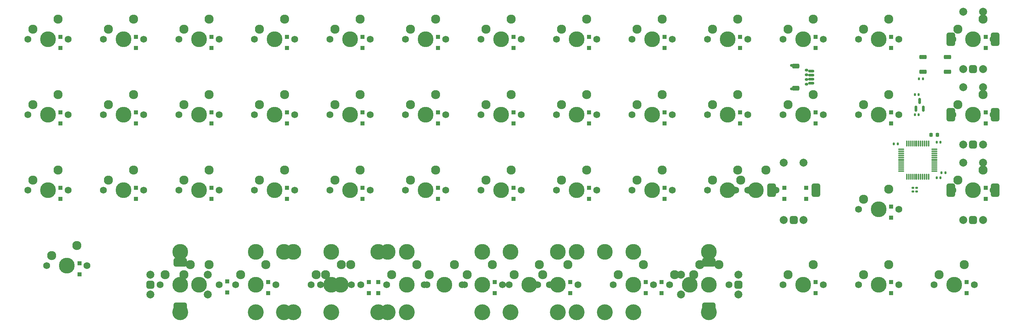
<source format=gbr>
%TF.GenerationSoftware,KiCad,Pcbnew,8.0.5*%
%TF.CreationDate,2024-10-14T19:27:37+02:00*%
%TF.ProjectId,Eightu Ortho,45696768-7475-4204-9f72-74686f2e6b69,rev?*%
%TF.SameCoordinates,Original*%
%TF.FileFunction,Soldermask,Bot*%
%TF.FilePolarity,Negative*%
%FSLAX46Y46*%
G04 Gerber Fmt 4.6, Leading zero omitted, Abs format (unit mm)*
G04 Created by KiCad (PCBNEW 8.0.5) date 2024-10-14 19:27:37*
%MOMM*%
%LPD*%
G01*
G04 APERTURE LIST*
G04 Aperture macros list*
%AMRoundRect*
0 Rectangle with rounded corners*
0 $1 Rounding radius*
0 $2 $3 $4 $5 $6 $7 $8 $9 X,Y pos of 4 corners*
0 Add a 4 corners polygon primitive as box body*
4,1,4,$2,$3,$4,$5,$6,$7,$8,$9,$2,$3,0*
0 Add four circle primitives for the rounded corners*
1,1,$1+$1,$2,$3*
1,1,$1+$1,$4,$5*
1,1,$1+$1,$6,$7*
1,1,$1+$1,$8,$9*
0 Add four rect primitives between the rounded corners*
20,1,$1+$1,$2,$3,$4,$5,0*
20,1,$1+$1,$4,$5,$6,$7,0*
20,1,$1+$1,$6,$7,$8,$9,0*
20,1,$1+$1,$8,$9,$2,$3,0*%
G04 Aperture macros list end*
%ADD10C,1.750000*%
%ADD11C,3.987800*%
%ADD12C,2.300000*%
%ADD13C,4.000000*%
%ADD14C,2.000000*%
%ADD15RoundRect,0.500000X0.500000X-0.500000X0.500000X0.500000X-0.500000X0.500000X-0.500000X-0.500000X0*%
%ADD16RoundRect,0.550000X0.550000X-1.150000X0.550000X1.150000X-0.550000X1.150000X-0.550000X-1.150000X0*%
%ADD17RoundRect,0.500000X-0.500000X-0.500000X0.500000X-0.500000X0.500000X0.500000X-0.500000X0.500000X0*%
%ADD18RoundRect,0.550000X-1.150000X-0.550000X1.150000X-0.550000X1.150000X0.550000X-1.150000X0.550000X0*%
%ADD19RoundRect,0.500000X0.500000X0.500000X-0.500000X0.500000X-0.500000X-0.500000X0.500000X-0.500000X0*%
%ADD20RoundRect,0.550000X1.150000X0.550000X-1.150000X0.550000X-1.150000X-0.550000X1.150000X-0.550000X0*%
%ADD21RoundRect,0.250000X0.300000X-0.300000X0.300000X0.300000X-0.300000X0.300000X-0.300000X-0.300000X0*%
%ADD22RoundRect,0.075000X0.075000X-0.662500X0.075000X0.662500X-0.075000X0.662500X-0.075000X-0.662500X0*%
%ADD23RoundRect,0.075000X0.662500X-0.075000X0.662500X0.075000X-0.662500X0.075000X-0.662500X-0.075000X0*%
%ADD24RoundRect,0.140000X0.140000X0.170000X-0.140000X0.170000X-0.140000X-0.170000X0.140000X-0.170000X0*%
%ADD25RoundRect,0.140000X-0.170000X0.140000X-0.170000X-0.140000X0.170000X-0.140000X0.170000X0.140000X0*%
%ADD26RoundRect,0.150000X0.625000X-0.150000X0.625000X0.150000X-0.625000X0.150000X-0.625000X-0.150000X0*%
%ADD27RoundRect,0.250000X0.650000X-0.350000X0.650000X0.350000X-0.650000X0.350000X-0.650000X-0.350000X0*%
%ADD28RoundRect,0.150000X0.150000X-0.587500X0.150000X0.587500X-0.150000X0.587500X-0.150000X-0.587500X0*%
%ADD29RoundRect,0.225000X-0.225000X-0.250000X0.225000X-0.250000X0.225000X0.250000X-0.225000X0.250000X0*%
%ADD30RoundRect,0.275000X0.625000X0.275000X-0.625000X0.275000X-0.625000X-0.275000X0.625000X-0.275000X0*%
%ADD31RoundRect,0.140000X-0.140000X-0.170000X0.140000X-0.170000X0.140000X0.170000X-0.140000X0.170000X0*%
%ADD32RoundRect,0.150000X0.275000X-0.150000X0.275000X0.150000X-0.275000X0.150000X-0.275000X-0.150000X0*%
%ADD33RoundRect,0.175000X0.225000X-0.175000X0.225000X0.175000X-0.225000X0.175000X-0.225000X-0.175000X0*%
%ADD34RoundRect,0.135000X0.135000X0.185000X-0.135000X0.185000X-0.135000X-0.185000X0.135000X-0.185000X0*%
G04 APERTURE END LIST*
D10*
%TO.C,MX25*%
X264795000Y-71437500D03*
D11*
X269875000Y-71437500D03*
D10*
X274955000Y-71437500D03*
D12*
X266065000Y-68897500D03*
X272415000Y-66357500D03*
%TD*%
D10*
%TO.C,MX44*%
X164782500Y-114300000D03*
D11*
X169862500Y-114300000D03*
D10*
X174942500Y-114300000D03*
D12*
X166052500Y-111760000D03*
X172402500Y-109220000D03*
%TD*%
D10*
%TO.C,MX15*%
X55245000Y-71437500D03*
D11*
X60325000Y-71437500D03*
D10*
X65405000Y-71437500D03*
D12*
X56515000Y-68897500D03*
X62865000Y-66357500D03*
%TD*%
D10*
%TO.C,MX46*%
X217170000Y-114300000D03*
D11*
X222250000Y-114300000D03*
D10*
X227330000Y-114300000D03*
D12*
X218440000Y-111760000D03*
X224790000Y-109220000D03*
%TD*%
D10*
%TO.C,MX19*%
X131445000Y-71437500D03*
D11*
X136525000Y-71437500D03*
D10*
X141605000Y-71437500D03*
D12*
X132715000Y-68897500D03*
X139065000Y-66357500D03*
%TD*%
D10*
%TO.C,MX17*%
X93345000Y-71437500D03*
D11*
X98425000Y-71437500D03*
D10*
X103505000Y-71437500D03*
D12*
X94615000Y-68897500D03*
X100965000Y-66357500D03*
%TD*%
D10*
%TO.C,MX56*%
X183832500Y-114300000D03*
D11*
X188912500Y-114300000D03*
D10*
X193992500Y-114300000D03*
D12*
X185102500Y-111760000D03*
X191452500Y-109220000D03*
%TD*%
D10*
%TO.C,MX51*%
X221932500Y-114300000D03*
D11*
X227012500Y-114300000D03*
D10*
X232092500Y-114300000D03*
D12*
X223202500Y-111760000D03*
X229552500Y-109220000D03*
%TD*%
D10*
%TO.C,MX49*%
X283845000Y-114300000D03*
D11*
X288925000Y-114300000D03*
D10*
X294005000Y-114300000D03*
D12*
X285115000Y-111760000D03*
X291465000Y-109220000D03*
%TD*%
D10*
%TO.C,MX35*%
X188595000Y-90487500D03*
D11*
X193675000Y-90487500D03*
D10*
X198755000Y-90487500D03*
D12*
X189865000Y-87947500D03*
X196215000Y-85407500D03*
%TD*%
D10*
%TO.C,MX22*%
X188595000Y-71437500D03*
D11*
X193675000Y-71437500D03*
D10*
X198755000Y-71437500D03*
D12*
X189865000Y-68897500D03*
X196215000Y-66357500D03*
%TD*%
D10*
%TO.C,MX50*%
X88582500Y-114300000D03*
D11*
X93662500Y-114300000D03*
D10*
X98742500Y-114300000D03*
D12*
X89852500Y-111760000D03*
X96202500Y-109220000D03*
%TD*%
D10*
%TO.C,MX41*%
X60007500Y-109537500D03*
D11*
X65087500Y-109537500D03*
D10*
X70167500Y-109537500D03*
D12*
X61277500Y-106997500D03*
X67627500Y-104457500D03*
%TD*%
D10*
%TO.C,MX54*%
X129063750Y-114300000D03*
D11*
X134143750Y-114300000D03*
D10*
X139223750Y-114300000D03*
D12*
X130333750Y-111760000D03*
X136683750Y-109220000D03*
%TD*%
D10*
%TO.C,MX48*%
X264795000Y-114300000D03*
D11*
X269875000Y-114300000D03*
D10*
X274955000Y-114300000D03*
D12*
X266065000Y-111760000D03*
X272415000Y-109220000D03*
%TD*%
D10*
%TO.C,MX34*%
X169545000Y-90487500D03*
D11*
X174625000Y-90487500D03*
D10*
X179705000Y-90487500D03*
D12*
X170815000Y-87947500D03*
X177165000Y-85407500D03*
%TD*%
D10*
%TO.C,MX5*%
X131445000Y-52387500D03*
D11*
X136525000Y-52387500D03*
D10*
X141605000Y-52387500D03*
D12*
X132715000Y-49847500D03*
X139065000Y-47307500D03*
%TD*%
D10*
%TO.C,MX21*%
X169545000Y-71437500D03*
D11*
X174625000Y-71437500D03*
D10*
X179705000Y-71437500D03*
D12*
X170815000Y-68897500D03*
X177165000Y-66357500D03*
%TD*%
D13*
%TO.C,S2*%
X200818750Y-121285000D03*
D11*
X200818750Y-106045000D03*
D13*
X177006250Y-121285000D03*
D11*
X177006250Y-106045000D03*
%TD*%
D10*
%TO.C,MX26*%
X288607500Y-71437500D03*
D11*
X293687500Y-71437500D03*
D10*
X298767500Y-71437500D03*
D12*
X289877500Y-68897500D03*
X296227500Y-66357500D03*
%TD*%
D10*
%TO.C,MX42*%
X93345000Y-114300000D03*
D11*
X98425000Y-114300000D03*
D10*
X103505000Y-114300000D03*
D12*
X94615000Y-111760000D03*
X100965000Y-109220000D03*
%TD*%
D13*
%TO.C,S10*%
X193675000Y-121285000D03*
D11*
X193675000Y-106045000D03*
D13*
X169862500Y-121285000D03*
D11*
X169862500Y-106045000D03*
%TD*%
D13*
%TO.C,S3*%
X227012500Y-121285000D03*
D11*
X227012500Y-106045000D03*
D13*
X112712500Y-121285000D03*
D11*
X112712500Y-106045000D03*
%TD*%
D10*
%TO.C,MX12*%
X264795000Y-52387500D03*
D11*
X269875000Y-52387500D03*
D10*
X274955000Y-52387500D03*
D12*
X266065000Y-49847500D03*
X272415000Y-47307500D03*
%TD*%
D14*
%TO.C,SW7*%
X245943750Y-97987500D03*
X250943750Y-97987500D03*
D15*
X248443750Y-97987500D03*
D16*
X242843750Y-90487500D03*
X254043750Y-90487500D03*
D14*
X250943750Y-83487500D03*
X245943750Y-83487500D03*
%TD*%
D10*
%TO.C,MX14*%
X245745000Y-71437500D03*
D11*
X250825000Y-71437500D03*
D10*
X255905000Y-71437500D03*
D12*
X247015000Y-68897500D03*
X253365000Y-66357500D03*
%TD*%
D10*
%TO.C,MX40*%
X145732500Y-114300000D03*
D11*
X150812500Y-114300000D03*
D10*
X155892500Y-114300000D03*
D12*
X147002500Y-111760000D03*
X153352500Y-109220000D03*
%TD*%
D10*
%TO.C,MX36*%
X207645000Y-90487500D03*
D11*
X212725000Y-90487500D03*
D10*
X217805000Y-90487500D03*
D12*
X208915000Y-87947500D03*
X215265000Y-85407500D03*
%TD*%
D10*
%TO.C,MX59*%
X202882500Y-114300000D03*
D11*
X207962500Y-114300000D03*
D10*
X213042500Y-114300000D03*
D12*
X204152500Y-111760000D03*
X210502500Y-109220000D03*
%TD*%
D10*
%TO.C,MX61*%
X226695000Y-90487500D03*
D11*
X231775000Y-90487500D03*
D10*
X236855000Y-90487500D03*
D12*
X227965000Y-87947500D03*
X234315000Y-85407500D03*
%TD*%
D10*
%TO.C,MX8*%
X188595000Y-52387500D03*
D11*
X193675000Y-52387500D03*
D10*
X198755000Y-52387500D03*
D12*
X189865000Y-49847500D03*
X196215000Y-47307500D03*
%TD*%
D10*
%TO.C,MX52*%
X107632500Y-114300000D03*
D11*
X112712500Y-114300000D03*
D10*
X117792500Y-114300000D03*
D12*
X108902500Y-111760000D03*
X115252500Y-109220000D03*
%TD*%
D10*
%TO.C,MX58*%
X176688750Y-114300000D03*
D11*
X181768750Y-114300000D03*
D10*
X186848750Y-114300000D03*
D12*
X177958750Y-111760000D03*
X184308750Y-109220000D03*
%TD*%
D13*
%TO.C,S7*%
X150812500Y-121285000D03*
D11*
X150812500Y-106045000D03*
D13*
X112712500Y-121285000D03*
D11*
X112712500Y-106045000D03*
%TD*%
D13*
%TO.C,S1*%
X143668750Y-121285000D03*
D11*
X143668750Y-106045000D03*
D13*
X119856250Y-121285000D03*
D11*
X119856250Y-106045000D03*
%TD*%
D10*
%TO.C,MX31*%
X112395000Y-90487500D03*
D11*
X117475000Y-90487500D03*
D10*
X122555000Y-90487500D03*
D12*
X113665000Y-87947500D03*
X120015000Y-85407500D03*
%TD*%
D10*
%TO.C,MX38*%
X264795000Y-95250000D03*
D11*
X269875000Y-95250000D03*
D10*
X274955000Y-95250000D03*
D12*
X266065000Y-92710000D03*
X272415000Y-90170000D03*
%TD*%
D10*
%TO.C,MX18*%
X112395000Y-71437500D03*
D11*
X117475000Y-71437500D03*
D10*
X122555000Y-71437500D03*
D12*
X113665000Y-68897500D03*
X120015000Y-66357500D03*
%TD*%
D10*
%TO.C,MX32*%
X131445000Y-90487500D03*
D11*
X136525000Y-90487500D03*
D10*
X141605000Y-90487500D03*
D12*
X132715000Y-87947500D03*
X139065000Y-85407500D03*
%TD*%
D14*
%TO.C,SW4*%
X86162500Y-111800000D03*
X86162500Y-116800000D03*
D17*
X86162500Y-114300000D03*
D18*
X93662500Y-108700000D03*
X93662500Y-119900000D03*
D14*
X100662500Y-116800000D03*
X100662500Y-111800000D03*
%TD*%
D10*
%TO.C,MX29*%
X74295000Y-90487500D03*
D11*
X79375000Y-90487500D03*
D10*
X84455000Y-90487500D03*
D12*
X75565000Y-87947500D03*
X81915000Y-85407500D03*
%TD*%
D10*
%TO.C,MX6*%
X150495000Y-52387500D03*
D11*
X155575000Y-52387500D03*
D10*
X160655000Y-52387500D03*
D12*
X151765000Y-49847500D03*
X158115000Y-47307500D03*
%TD*%
D10*
%TO.C,MX30*%
X93345000Y-90487500D03*
D11*
X98425000Y-90487500D03*
D10*
X103505000Y-90487500D03*
D12*
X94615000Y-87947500D03*
X100965000Y-85407500D03*
%TD*%
D10*
%TO.C,MX1*%
X55245000Y-52387500D03*
D11*
X60325000Y-52387500D03*
D10*
X65405000Y-52387500D03*
D12*
X56515000Y-49847500D03*
X62865000Y-47307500D03*
%TD*%
D10*
%TO.C,MX7*%
X169545000Y-52387500D03*
D11*
X174625000Y-52387500D03*
D10*
X179705000Y-52387500D03*
D12*
X170815000Y-49847500D03*
X177165000Y-47307500D03*
%TD*%
D10*
%TO.C,MX39*%
X288607500Y-90487500D03*
D11*
X293687500Y-90487500D03*
D10*
X298767500Y-90487500D03*
D12*
X289877500Y-87947500D03*
X296227500Y-85407500D03*
%TD*%
D10*
%TO.C,MX28*%
X55245000Y-90487500D03*
D11*
X60325000Y-90487500D03*
D10*
X65405000Y-90487500D03*
D12*
X56515000Y-87947500D03*
X62865000Y-85407500D03*
%TD*%
D13*
%TO.C,S5*%
X188912500Y-121285000D03*
D11*
X188912500Y-106045000D03*
D13*
X131762500Y-121285000D03*
D11*
X131762500Y-106045000D03*
%TD*%
D13*
%TO.C,S4*%
X207962500Y-121285000D03*
D11*
X207962500Y-106045000D03*
D13*
X112712500Y-121285000D03*
D11*
X112712500Y-106045000D03*
%TD*%
D10*
%TO.C,MX37*%
X233838750Y-90487500D03*
D11*
X238918750Y-90487500D03*
D10*
X243998750Y-90487500D03*
D12*
X235108750Y-87947500D03*
X241458750Y-85407500D03*
%TD*%
D14*
%TO.C,SW5*%
X234512500Y-116800000D03*
X234512500Y-111800000D03*
D19*
X234512500Y-114300000D03*
D20*
X227012500Y-119900000D03*
X227012500Y-108700000D03*
D14*
X220012500Y-111800000D03*
X220012500Y-116800000D03*
%TD*%
D10*
%TO.C,MX47*%
X245745000Y-114300000D03*
D11*
X250825000Y-114300000D03*
D10*
X255905000Y-114300000D03*
D12*
X247015000Y-111760000D03*
X253365000Y-109220000D03*
%TD*%
D10*
%TO.C,MX20*%
X150495000Y-71437500D03*
D11*
X155575000Y-71437500D03*
D10*
X160655000Y-71437500D03*
D12*
X151765000Y-68897500D03*
X158115000Y-66357500D03*
%TD*%
D10*
%TO.C,MX16*%
X74295000Y-71437500D03*
D11*
X79375000Y-71437500D03*
D10*
X84455000Y-71437500D03*
D12*
X75565000Y-68897500D03*
X81915000Y-66357500D03*
%TD*%
D10*
%TO.C,MX11*%
X245745000Y-52387500D03*
D11*
X250825000Y-52387500D03*
D10*
X255905000Y-52387500D03*
D12*
X247015000Y-49847500D03*
X253365000Y-47307500D03*
%TD*%
D10*
%TO.C,MX3*%
X93345000Y-52387500D03*
D11*
X98425000Y-52387500D03*
D10*
X103505000Y-52387500D03*
D12*
X94615000Y-49847500D03*
X100965000Y-47307500D03*
%TD*%
D10*
%TO.C,MX27*%
X126682500Y-114300000D03*
D11*
X131762500Y-114300000D03*
D10*
X136842500Y-114300000D03*
D12*
X127952500Y-111760000D03*
X134302500Y-109220000D03*
%TD*%
D13*
%TO.C,S8*%
X207962500Y-121285000D03*
D11*
X207962500Y-106045000D03*
D13*
X169862500Y-121285000D03*
D11*
X169862500Y-106045000D03*
%TD*%
D13*
%TO.C,S9*%
X146050000Y-121285000D03*
D11*
X146050000Y-106045000D03*
D13*
X122237500Y-121285000D03*
D11*
X122237500Y-106045000D03*
%TD*%
D10*
%TO.C,MX33*%
X150495000Y-90487500D03*
D11*
X155575000Y-90487500D03*
D10*
X160655000Y-90487500D03*
D12*
X151765000Y-87947500D03*
X158115000Y-85407500D03*
%TD*%
D14*
%TO.C,SW2*%
X291187500Y-78937500D03*
X296187500Y-78937500D03*
D15*
X293687500Y-78937500D03*
D16*
X288087500Y-71437500D03*
X299287500Y-71437500D03*
D14*
X296187500Y-64437500D03*
X291187500Y-64437500D03*
%TD*%
%TO.C,SW3*%
X291187500Y-97987500D03*
X296187500Y-97987500D03*
D15*
X293687500Y-97987500D03*
D16*
X288087500Y-90487500D03*
X299287500Y-90487500D03*
D14*
X296187500Y-83487500D03*
X291187500Y-83487500D03*
%TD*%
D10*
%TO.C,MX23*%
X207645000Y-71437500D03*
D11*
X212725000Y-71437500D03*
D10*
X217805000Y-71437500D03*
D12*
X208915000Y-68897500D03*
X215265000Y-66357500D03*
%TD*%
D13*
%TO.C,S6*%
X227012500Y-121285000D03*
D11*
X227012500Y-106045000D03*
D13*
X93662500Y-121285000D03*
D11*
X93662500Y-106045000D03*
%TD*%
D10*
%TO.C,MX10*%
X226695000Y-52387500D03*
D11*
X231775000Y-52387500D03*
D10*
X236855000Y-52387500D03*
D12*
X227965000Y-49847500D03*
X234315000Y-47307500D03*
%TD*%
D14*
%TO.C,SW1*%
X291187500Y-59887500D03*
X296187500Y-59887500D03*
D15*
X293687500Y-59887500D03*
D16*
X288087500Y-52387500D03*
X299287500Y-52387500D03*
D14*
X296187500Y-45387500D03*
X291187500Y-45387500D03*
%TD*%
D10*
%TO.C,MX4*%
X112395000Y-52387500D03*
D11*
X117475000Y-52387500D03*
D10*
X122555000Y-52387500D03*
D12*
X113665000Y-49847500D03*
X120015000Y-47307500D03*
%TD*%
D10*
%TO.C,MX9*%
X207645000Y-52387500D03*
D11*
X212725000Y-52387500D03*
D10*
X217805000Y-52387500D03*
D12*
X208915000Y-49847500D03*
X215265000Y-47307500D03*
%TD*%
D10*
%TO.C,MX13*%
X288607500Y-52387500D03*
D11*
X293687500Y-52387500D03*
D10*
X298767500Y-52387500D03*
D12*
X289877500Y-49847500D03*
X296227500Y-47307500D03*
%TD*%
D10*
%TO.C,MX24*%
X226695000Y-71437500D03*
D11*
X231775000Y-71437500D03*
D10*
X236855000Y-71437500D03*
D12*
X227965000Y-68897500D03*
X234315000Y-66357500D03*
%TD*%
D10*
%TO.C,MX55*%
X155257500Y-114300000D03*
D11*
X160337500Y-114300000D03*
D10*
X165417500Y-114300000D03*
D12*
X156527500Y-111760000D03*
X162877500Y-109220000D03*
%TD*%
D10*
%TO.C,MX2*%
X74295000Y-52387500D03*
D11*
X79375000Y-52387500D03*
D10*
X84455000Y-52387500D03*
D12*
X75565000Y-49847500D03*
X81915000Y-47307500D03*
%TD*%
D21*
%TO.C,D23*%
X215900000Y-73631250D03*
X215900000Y-70831250D03*
%TD*%
D22*
%TO.C,U1*%
X282481250Y-87043750D03*
X281981250Y-87043750D03*
X281481250Y-87043750D03*
X280981250Y-87043750D03*
X280481250Y-87043750D03*
X279981250Y-87043750D03*
X279481250Y-87043750D03*
X278981250Y-87043750D03*
X278481250Y-87043750D03*
X277981250Y-87043750D03*
X277481250Y-87043750D03*
X276981250Y-87043750D03*
D23*
X275568750Y-85631250D03*
X275568750Y-85131250D03*
X275568750Y-84631250D03*
X275568750Y-84131250D03*
X275568750Y-83631250D03*
X275568750Y-83131250D03*
X275568750Y-82631250D03*
X275568750Y-82131250D03*
X275568750Y-81631250D03*
X275568750Y-81131250D03*
X275568750Y-80631250D03*
X275568750Y-80131250D03*
D22*
X276981250Y-78718750D03*
X277481250Y-78718750D03*
X277981250Y-78718750D03*
X278481250Y-78718750D03*
X278981250Y-78718750D03*
X279481250Y-78718750D03*
X279981250Y-78718750D03*
X280481250Y-78718750D03*
X280981250Y-78718750D03*
X281481250Y-78718750D03*
X281981250Y-78718750D03*
X282481250Y-78718750D03*
D23*
X283893750Y-80131250D03*
X283893750Y-80631250D03*
X283893750Y-81131250D03*
X283893750Y-81631250D03*
X283893750Y-82131250D03*
X283893750Y-82631250D03*
X283893750Y-83131250D03*
X283893750Y-83631250D03*
X283893750Y-84131250D03*
X283893750Y-84631250D03*
X283893750Y-85131250D03*
X283893750Y-85631250D03*
%TD*%
D24*
%TO.C,C3*%
X274675000Y-78781250D03*
X273715000Y-78781250D03*
%TD*%
D21*
%TO.C,D29*%
X82550000Y-92681250D03*
X82550000Y-89881250D03*
%TD*%
%TO.C,D5*%
X139700000Y-54581250D03*
X139700000Y-51781250D03*
%TD*%
D25*
%TO.C,C7*%
X279477557Y-89859709D03*
X279477557Y-90819709D03*
%TD*%
D21*
%TO.C,D32*%
X139700000Y-92681250D03*
X139700000Y-89881250D03*
%TD*%
%TO.C,D1*%
X63500000Y-54581250D03*
X63500000Y-51781250D03*
%TD*%
%TO.C,D4*%
X120650000Y-54581250D03*
X120650000Y-51781250D03*
%TD*%
%TO.C,D27*%
X141287500Y-116493750D03*
X141287500Y-113693750D03*
%TD*%
%TO.C,D15*%
X63500000Y-73631250D03*
X63500000Y-70831250D03*
%TD*%
%TO.C,D12*%
X273050000Y-54581250D03*
X273050000Y-51781250D03*
%TD*%
%TO.C,D31*%
X120650000Y-92681250D03*
X120650000Y-89881250D03*
%TD*%
D26*
%TO.C,J1*%
X252825000Y-63412500D03*
X252825000Y-62412500D03*
X252825000Y-61412500D03*
X252825000Y-60412500D03*
D27*
X248950000Y-64712500D03*
X248950000Y-59112500D03*
%TD*%
D21*
%TO.C,D9*%
X215900000Y-54581250D03*
X215900000Y-51781250D03*
%TD*%
%TO.C,D44*%
X173037500Y-116493750D03*
X173037500Y-113693750D03*
%TD*%
%TO.C,D7*%
X177800000Y-54581250D03*
X177800000Y-51781250D03*
%TD*%
%TO.C,D36*%
X215900000Y-92681250D03*
X215900000Y-89881250D03*
%TD*%
%TO.C,D26*%
X296862500Y-73631250D03*
X296862500Y-70831250D03*
%TD*%
D24*
%TO.C,C9*%
X279990000Y-71437500D03*
X279030000Y-71437500D03*
%TD*%
D21*
%TO.C,D47*%
X254000000Y-116493750D03*
X254000000Y-113693750D03*
%TD*%
D28*
%TO.C,U2*%
X281143750Y-69850000D03*
X279243750Y-69850000D03*
X280193750Y-67975000D03*
%TD*%
D21*
%TO.C,D17*%
X101600000Y-73631250D03*
X101600000Y-70831250D03*
%TD*%
%TO.C,D45*%
X192087500Y-116493750D03*
X192087500Y-113693750D03*
%TD*%
%TO.C,D37*%
X246062500Y-92681250D03*
X246062500Y-89881250D03*
%TD*%
%TO.C,D43*%
X115887500Y-116493750D03*
X115887500Y-113693750D03*
%TD*%
%TO.C,D33*%
X158750000Y-92681250D03*
X158750000Y-89881250D03*
%TD*%
D29*
%TO.C,C6*%
X283125000Y-76531250D03*
X284675000Y-76531250D03*
%TD*%
D30*
%TO.C,SW6*%
X287262500Y-56887500D03*
X281062500Y-56887500D03*
X287262500Y-60587500D03*
X281062500Y-60587500D03*
%TD*%
D21*
%TO.C,D30*%
X101600000Y-92681250D03*
X101600000Y-89881250D03*
%TD*%
%TO.C,D20*%
X158750000Y-73631250D03*
X158750000Y-70831250D03*
%TD*%
%TO.C,D2*%
X82550000Y-54581250D03*
X82550000Y-51781250D03*
%TD*%
%TO.C,D3*%
X101600000Y-54581250D03*
X101600000Y-51781250D03*
%TD*%
%TO.C,D21*%
X177800000Y-73631250D03*
X177800000Y-70831250D03*
%TD*%
%TO.C,D52*%
X251618750Y-92681250D03*
X251618750Y-89881250D03*
%TD*%
D24*
%TO.C,C8*%
X279990000Y-66315654D03*
X279030000Y-66315654D03*
%TD*%
D31*
%TO.C,C5*%
X285749327Y-86056250D03*
X286709327Y-86056250D03*
%TD*%
D25*
%TO.C,C2*%
X278480935Y-89858750D03*
X278480935Y-90818750D03*
%TD*%
D21*
%TO.C,D49*%
X292100000Y-116493750D03*
X292100000Y-113693750D03*
%TD*%
D32*
%TO.C,J2*%
X251685197Y-63712500D03*
X251685197Y-62512500D03*
X251685197Y-61312500D03*
X251685197Y-60112500D03*
D33*
X247910197Y-64862500D03*
X247910197Y-58962500D03*
%TD*%
D21*
%TO.C,D6*%
X158750000Y-54581250D03*
X158750000Y-51781250D03*
%TD*%
D34*
%TO.C,R1*%
X281019995Y-62376265D03*
X279999995Y-62376265D03*
%TD*%
D31*
%TO.C,C4*%
X284503798Y-78318750D03*
X285463798Y-78318750D03*
%TD*%
D21*
%TO.C,D14*%
X254000000Y-73631250D03*
X254000000Y-70831250D03*
%TD*%
D31*
%TO.C,C1*%
X284503798Y-87342435D03*
X285463798Y-87342435D03*
%TD*%
D21*
%TO.C,D42*%
X105568750Y-116306250D03*
X105568750Y-113506250D03*
%TD*%
%TO.C,D8*%
X196850000Y-54581250D03*
X196850000Y-51781250D03*
%TD*%
%TO.C,D25*%
X273050000Y-73631250D03*
X273050000Y-70831250D03*
%TD*%
%TO.C,D48*%
X273050000Y-116493750D03*
X273050000Y-113693750D03*
%TD*%
%TO.C,D19*%
X139700000Y-73631250D03*
X139700000Y-70831250D03*
%TD*%
%TO.C,D16*%
X82550000Y-73631250D03*
X82550000Y-70831250D03*
%TD*%
%TO.C,D24*%
X234950000Y-73631250D03*
X234950000Y-70831250D03*
%TD*%
%TO.C,D38*%
X273050000Y-97443750D03*
X273050000Y-94643750D03*
%TD*%
%TO.C,D46*%
X215106250Y-116493750D03*
X215106250Y-113693750D03*
%TD*%
%TO.C,D13*%
X296862500Y-54581250D03*
X296862500Y-51781250D03*
%TD*%
%TO.C,D35*%
X196850000Y-92681250D03*
X196850000Y-89881250D03*
%TD*%
%TO.C,D41*%
X68262500Y-111731250D03*
X68262500Y-108931250D03*
%TD*%
%TO.C,D34*%
X177800000Y-92681250D03*
X177800000Y-89881250D03*
%TD*%
%TO.C,D28*%
X63500000Y-92681250D03*
X63500000Y-89881250D03*
%TD*%
%TO.C,D10*%
X234950000Y-54581250D03*
X234950000Y-51781250D03*
%TD*%
%TO.C,D18*%
X120650000Y-73631250D03*
X120650000Y-70831250D03*
%TD*%
%TO.C,D11*%
X254000000Y-54581250D03*
X254000000Y-51781250D03*
%TD*%
%TO.C,D50*%
X211137500Y-116493750D03*
X211137500Y-113693750D03*
%TD*%
%TO.C,D22*%
X196850000Y-73631250D03*
X196850000Y-70831250D03*
%TD*%
%TO.C,D40*%
X143668750Y-116493750D03*
X143668750Y-113693750D03*
%TD*%
%TO.C,D39*%
X296862500Y-92681250D03*
X296862500Y-89881250D03*
%TD*%
M02*

</source>
